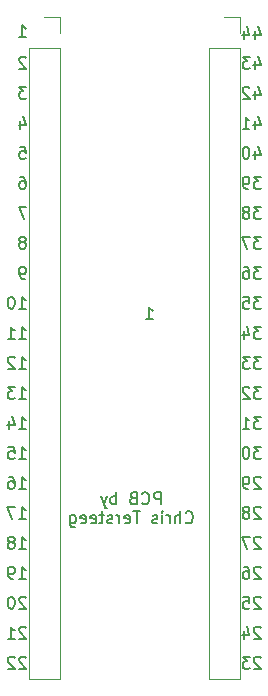
<source format=gbr>
%TF.GenerationSoftware,KiCad,Pcbnew,8.0.7*%
%TF.CreationDate,2025-02-20T01:51:32-06:00*%
%TF.ProjectId,PLCC-44-Socket-Adapter,504c4343-2d34-4342-9d53-6f636b65742d,v1.0*%
%TF.SameCoordinates,Original*%
%TF.FileFunction,Legend,Bot*%
%TF.FilePolarity,Positive*%
%FSLAX46Y46*%
G04 Gerber Fmt 4.6, Leading zero omitted, Abs format (unit mm)*
G04 Created by KiCad (PCBNEW 8.0.7) date 2025-02-20 01:51:32*
%MOMM*%
%LPD*%
G01*
G04 APERTURE LIST*
%ADD10C,0.150000*%
%ADD11C,0.120000*%
G04 APERTURE END LIST*
D10*
X118700588Y-85864819D02*
X118081541Y-85864819D01*
X118081541Y-85864819D02*
X118414874Y-86245771D01*
X118414874Y-86245771D02*
X118272017Y-86245771D01*
X118272017Y-86245771D02*
X118176779Y-86293390D01*
X118176779Y-86293390D02*
X118129160Y-86341009D01*
X118129160Y-86341009D02*
X118081541Y-86436247D01*
X118081541Y-86436247D02*
X118081541Y-86674342D01*
X118081541Y-86674342D02*
X118129160Y-86769580D01*
X118129160Y-86769580D02*
X118176779Y-86817200D01*
X118176779Y-86817200D02*
X118272017Y-86864819D01*
X118272017Y-86864819D02*
X118557731Y-86864819D01*
X118557731Y-86864819D02*
X118652969Y-86817200D01*
X118652969Y-86817200D02*
X118700588Y-86769580D01*
X117224398Y-85864819D02*
X117414874Y-85864819D01*
X117414874Y-85864819D02*
X117510112Y-85912438D01*
X117510112Y-85912438D02*
X117557731Y-85960057D01*
X117557731Y-85960057D02*
X117652969Y-86102914D01*
X117652969Y-86102914D02*
X117700588Y-86293390D01*
X117700588Y-86293390D02*
X117700588Y-86674342D01*
X117700588Y-86674342D02*
X117652969Y-86769580D01*
X117652969Y-86769580D02*
X117605350Y-86817200D01*
X117605350Y-86817200D02*
X117510112Y-86864819D01*
X117510112Y-86864819D02*
X117319636Y-86864819D01*
X117319636Y-86864819D02*
X117224398Y-86817200D01*
X117224398Y-86817200D02*
X117176779Y-86769580D01*
X117176779Y-86769580D02*
X117129160Y-86674342D01*
X117129160Y-86674342D02*
X117129160Y-86436247D01*
X117129160Y-86436247D02*
X117176779Y-86341009D01*
X117176779Y-86341009D02*
X117224398Y-86293390D01*
X117224398Y-86293390D02*
X117319636Y-86245771D01*
X117319636Y-86245771D02*
X117510112Y-86245771D01*
X117510112Y-86245771D02*
X117605350Y-86293390D01*
X117605350Y-86293390D02*
X117652969Y-86341009D01*
X117652969Y-86341009D02*
X117700588Y-86436247D01*
X98770839Y-113900057D02*
X98723220Y-113852438D01*
X98723220Y-113852438D02*
X98627982Y-113804819D01*
X98627982Y-113804819D02*
X98389887Y-113804819D01*
X98389887Y-113804819D02*
X98294649Y-113852438D01*
X98294649Y-113852438D02*
X98247030Y-113900057D01*
X98247030Y-113900057D02*
X98199411Y-113995295D01*
X98199411Y-113995295D02*
X98199411Y-114090533D01*
X98199411Y-114090533D02*
X98247030Y-114233390D01*
X98247030Y-114233390D02*
X98818458Y-114804819D01*
X98818458Y-114804819D02*
X98199411Y-114804819D01*
X97580363Y-113804819D02*
X97485125Y-113804819D01*
X97485125Y-113804819D02*
X97389887Y-113852438D01*
X97389887Y-113852438D02*
X97342268Y-113900057D01*
X97342268Y-113900057D02*
X97294649Y-113995295D01*
X97294649Y-113995295D02*
X97247030Y-114185771D01*
X97247030Y-114185771D02*
X97247030Y-114423866D01*
X97247030Y-114423866D02*
X97294649Y-114614342D01*
X97294649Y-114614342D02*
X97342268Y-114709580D01*
X97342268Y-114709580D02*
X97389887Y-114757200D01*
X97389887Y-114757200D02*
X97485125Y-114804819D01*
X97485125Y-114804819D02*
X97580363Y-114804819D01*
X97580363Y-114804819D02*
X97675601Y-114757200D01*
X97675601Y-114757200D02*
X97723220Y-114709580D01*
X97723220Y-114709580D02*
X97770839Y-114614342D01*
X97770839Y-114614342D02*
X97818458Y-114423866D01*
X97818458Y-114423866D02*
X97818458Y-114185771D01*
X97818458Y-114185771D02*
X97770839Y-113995295D01*
X97770839Y-113995295D02*
X97723220Y-113900057D01*
X97723220Y-113900057D02*
X97675601Y-113852438D01*
X97675601Y-113852438D02*
X97580363Y-113804819D01*
X118700588Y-93484819D02*
X118081541Y-93484819D01*
X118081541Y-93484819D02*
X118414874Y-93865771D01*
X118414874Y-93865771D02*
X118272017Y-93865771D01*
X118272017Y-93865771D02*
X118176779Y-93913390D01*
X118176779Y-93913390D02*
X118129160Y-93961009D01*
X118129160Y-93961009D02*
X118081541Y-94056247D01*
X118081541Y-94056247D02*
X118081541Y-94294342D01*
X118081541Y-94294342D02*
X118129160Y-94389580D01*
X118129160Y-94389580D02*
X118176779Y-94437200D01*
X118176779Y-94437200D02*
X118272017Y-94484819D01*
X118272017Y-94484819D02*
X118557731Y-94484819D01*
X118557731Y-94484819D02*
X118652969Y-94437200D01*
X118652969Y-94437200D02*
X118700588Y-94389580D01*
X117748207Y-93484819D02*
X117129160Y-93484819D01*
X117129160Y-93484819D02*
X117462493Y-93865771D01*
X117462493Y-93865771D02*
X117319636Y-93865771D01*
X117319636Y-93865771D02*
X117224398Y-93913390D01*
X117224398Y-93913390D02*
X117176779Y-93961009D01*
X117176779Y-93961009D02*
X117129160Y-94056247D01*
X117129160Y-94056247D02*
X117129160Y-94294342D01*
X117129160Y-94294342D02*
X117176779Y-94389580D01*
X117176779Y-94389580D02*
X117224398Y-94437200D01*
X117224398Y-94437200D02*
X117319636Y-94484819D01*
X117319636Y-94484819D02*
X117605350Y-94484819D01*
X117605350Y-94484819D02*
X117700588Y-94437200D01*
X117700588Y-94437200D02*
X117748207Y-94389580D01*
X118652969Y-106280057D02*
X118605350Y-106232438D01*
X118605350Y-106232438D02*
X118510112Y-106184819D01*
X118510112Y-106184819D02*
X118272017Y-106184819D01*
X118272017Y-106184819D02*
X118176779Y-106232438D01*
X118176779Y-106232438D02*
X118129160Y-106280057D01*
X118129160Y-106280057D02*
X118081541Y-106375295D01*
X118081541Y-106375295D02*
X118081541Y-106470533D01*
X118081541Y-106470533D02*
X118129160Y-106613390D01*
X118129160Y-106613390D02*
X118700588Y-107184819D01*
X118700588Y-107184819D02*
X118081541Y-107184819D01*
X117510112Y-106613390D02*
X117605350Y-106565771D01*
X117605350Y-106565771D02*
X117652969Y-106518152D01*
X117652969Y-106518152D02*
X117700588Y-106422914D01*
X117700588Y-106422914D02*
X117700588Y-106375295D01*
X117700588Y-106375295D02*
X117652969Y-106280057D01*
X117652969Y-106280057D02*
X117605350Y-106232438D01*
X117605350Y-106232438D02*
X117510112Y-106184819D01*
X117510112Y-106184819D02*
X117319636Y-106184819D01*
X117319636Y-106184819D02*
X117224398Y-106232438D01*
X117224398Y-106232438D02*
X117176779Y-106280057D01*
X117176779Y-106280057D02*
X117129160Y-106375295D01*
X117129160Y-106375295D02*
X117129160Y-106422914D01*
X117129160Y-106422914D02*
X117176779Y-106518152D01*
X117176779Y-106518152D02*
X117224398Y-106565771D01*
X117224398Y-106565771D02*
X117319636Y-106613390D01*
X117319636Y-106613390D02*
X117510112Y-106613390D01*
X117510112Y-106613390D02*
X117605350Y-106661009D01*
X117605350Y-106661009D02*
X117652969Y-106708628D01*
X117652969Y-106708628D02*
X117700588Y-106803866D01*
X117700588Y-106803866D02*
X117700588Y-106994342D01*
X117700588Y-106994342D02*
X117652969Y-107089580D01*
X117652969Y-107089580D02*
X117605350Y-107137200D01*
X117605350Y-107137200D02*
X117510112Y-107184819D01*
X117510112Y-107184819D02*
X117319636Y-107184819D01*
X117319636Y-107184819D02*
X117224398Y-107137200D01*
X117224398Y-107137200D02*
X117176779Y-107089580D01*
X117176779Y-107089580D02*
X117129160Y-106994342D01*
X117129160Y-106994342D02*
X117129160Y-106803866D01*
X117129160Y-106803866D02*
X117176779Y-106708628D01*
X117176779Y-106708628D02*
X117224398Y-106661009D01*
X117224398Y-106661009D02*
X117319636Y-106613390D01*
X110172190Y-105955875D02*
X110172190Y-104955875D01*
X110172190Y-104955875D02*
X109791238Y-104955875D01*
X109791238Y-104955875D02*
X109696000Y-105003494D01*
X109696000Y-105003494D02*
X109648381Y-105051113D01*
X109648381Y-105051113D02*
X109600762Y-105146351D01*
X109600762Y-105146351D02*
X109600762Y-105289208D01*
X109600762Y-105289208D02*
X109648381Y-105384446D01*
X109648381Y-105384446D02*
X109696000Y-105432065D01*
X109696000Y-105432065D02*
X109791238Y-105479684D01*
X109791238Y-105479684D02*
X110172190Y-105479684D01*
X108600762Y-105860636D02*
X108648381Y-105908256D01*
X108648381Y-105908256D02*
X108791238Y-105955875D01*
X108791238Y-105955875D02*
X108886476Y-105955875D01*
X108886476Y-105955875D02*
X109029333Y-105908256D01*
X109029333Y-105908256D02*
X109124571Y-105813017D01*
X109124571Y-105813017D02*
X109172190Y-105717779D01*
X109172190Y-105717779D02*
X109219809Y-105527303D01*
X109219809Y-105527303D02*
X109219809Y-105384446D01*
X109219809Y-105384446D02*
X109172190Y-105193970D01*
X109172190Y-105193970D02*
X109124571Y-105098732D01*
X109124571Y-105098732D02*
X109029333Y-105003494D01*
X109029333Y-105003494D02*
X108886476Y-104955875D01*
X108886476Y-104955875D02*
X108791238Y-104955875D01*
X108791238Y-104955875D02*
X108648381Y-105003494D01*
X108648381Y-105003494D02*
X108600762Y-105051113D01*
X107838857Y-105432065D02*
X107696000Y-105479684D01*
X107696000Y-105479684D02*
X107648381Y-105527303D01*
X107648381Y-105527303D02*
X107600762Y-105622541D01*
X107600762Y-105622541D02*
X107600762Y-105765398D01*
X107600762Y-105765398D02*
X107648381Y-105860636D01*
X107648381Y-105860636D02*
X107696000Y-105908256D01*
X107696000Y-105908256D02*
X107791238Y-105955875D01*
X107791238Y-105955875D02*
X108172190Y-105955875D01*
X108172190Y-105955875D02*
X108172190Y-104955875D01*
X108172190Y-104955875D02*
X107838857Y-104955875D01*
X107838857Y-104955875D02*
X107743619Y-105003494D01*
X107743619Y-105003494D02*
X107696000Y-105051113D01*
X107696000Y-105051113D02*
X107648381Y-105146351D01*
X107648381Y-105146351D02*
X107648381Y-105241589D01*
X107648381Y-105241589D02*
X107696000Y-105336827D01*
X107696000Y-105336827D02*
X107743619Y-105384446D01*
X107743619Y-105384446D02*
X107838857Y-105432065D01*
X107838857Y-105432065D02*
X108172190Y-105432065D01*
X106410285Y-105955875D02*
X106410285Y-104955875D01*
X106410285Y-105336827D02*
X106315047Y-105289208D01*
X106315047Y-105289208D02*
X106124571Y-105289208D01*
X106124571Y-105289208D02*
X106029333Y-105336827D01*
X106029333Y-105336827D02*
X105981714Y-105384446D01*
X105981714Y-105384446D02*
X105934095Y-105479684D01*
X105934095Y-105479684D02*
X105934095Y-105765398D01*
X105934095Y-105765398D02*
X105981714Y-105860636D01*
X105981714Y-105860636D02*
X106029333Y-105908256D01*
X106029333Y-105908256D02*
X106124571Y-105955875D01*
X106124571Y-105955875D02*
X106315047Y-105955875D01*
X106315047Y-105955875D02*
X106410285Y-105908256D01*
X105600761Y-105289208D02*
X105362666Y-105955875D01*
X105124571Y-105289208D02*
X105362666Y-105955875D01*
X105362666Y-105955875D02*
X105457904Y-106193970D01*
X105457904Y-106193970D02*
X105505523Y-106241589D01*
X105505523Y-106241589D02*
X105600761Y-106289208D01*
X112291239Y-107470580D02*
X112338858Y-107518200D01*
X112338858Y-107518200D02*
X112481715Y-107565819D01*
X112481715Y-107565819D02*
X112576953Y-107565819D01*
X112576953Y-107565819D02*
X112719810Y-107518200D01*
X112719810Y-107518200D02*
X112815048Y-107422961D01*
X112815048Y-107422961D02*
X112862667Y-107327723D01*
X112862667Y-107327723D02*
X112910286Y-107137247D01*
X112910286Y-107137247D02*
X112910286Y-106994390D01*
X112910286Y-106994390D02*
X112862667Y-106803914D01*
X112862667Y-106803914D02*
X112815048Y-106708676D01*
X112815048Y-106708676D02*
X112719810Y-106613438D01*
X112719810Y-106613438D02*
X112576953Y-106565819D01*
X112576953Y-106565819D02*
X112481715Y-106565819D01*
X112481715Y-106565819D02*
X112338858Y-106613438D01*
X112338858Y-106613438D02*
X112291239Y-106661057D01*
X111862667Y-107565819D02*
X111862667Y-106565819D01*
X111434096Y-107565819D02*
X111434096Y-107042009D01*
X111434096Y-107042009D02*
X111481715Y-106946771D01*
X111481715Y-106946771D02*
X111576953Y-106899152D01*
X111576953Y-106899152D02*
X111719810Y-106899152D01*
X111719810Y-106899152D02*
X111815048Y-106946771D01*
X111815048Y-106946771D02*
X111862667Y-106994390D01*
X110957905Y-107565819D02*
X110957905Y-106899152D01*
X110957905Y-107089628D02*
X110910286Y-106994390D01*
X110910286Y-106994390D02*
X110862667Y-106946771D01*
X110862667Y-106946771D02*
X110767429Y-106899152D01*
X110767429Y-106899152D02*
X110672191Y-106899152D01*
X110338857Y-107565819D02*
X110338857Y-106899152D01*
X110338857Y-106565819D02*
X110386476Y-106613438D01*
X110386476Y-106613438D02*
X110338857Y-106661057D01*
X110338857Y-106661057D02*
X110291238Y-106613438D01*
X110291238Y-106613438D02*
X110338857Y-106565819D01*
X110338857Y-106565819D02*
X110338857Y-106661057D01*
X109910286Y-107518200D02*
X109815048Y-107565819D01*
X109815048Y-107565819D02*
X109624572Y-107565819D01*
X109624572Y-107565819D02*
X109529334Y-107518200D01*
X109529334Y-107518200D02*
X109481715Y-107422961D01*
X109481715Y-107422961D02*
X109481715Y-107375342D01*
X109481715Y-107375342D02*
X109529334Y-107280104D01*
X109529334Y-107280104D02*
X109624572Y-107232485D01*
X109624572Y-107232485D02*
X109767429Y-107232485D01*
X109767429Y-107232485D02*
X109862667Y-107184866D01*
X109862667Y-107184866D02*
X109910286Y-107089628D01*
X109910286Y-107089628D02*
X109910286Y-107042009D01*
X109910286Y-107042009D02*
X109862667Y-106946771D01*
X109862667Y-106946771D02*
X109767429Y-106899152D01*
X109767429Y-106899152D02*
X109624572Y-106899152D01*
X109624572Y-106899152D02*
X109529334Y-106946771D01*
X108434095Y-106565819D02*
X107862667Y-106565819D01*
X108148381Y-107565819D02*
X108148381Y-106565819D01*
X107148381Y-107518200D02*
X107243619Y-107565819D01*
X107243619Y-107565819D02*
X107434095Y-107565819D01*
X107434095Y-107565819D02*
X107529333Y-107518200D01*
X107529333Y-107518200D02*
X107576952Y-107422961D01*
X107576952Y-107422961D02*
X107576952Y-107042009D01*
X107576952Y-107042009D02*
X107529333Y-106946771D01*
X107529333Y-106946771D02*
X107434095Y-106899152D01*
X107434095Y-106899152D02*
X107243619Y-106899152D01*
X107243619Y-106899152D02*
X107148381Y-106946771D01*
X107148381Y-106946771D02*
X107100762Y-107042009D01*
X107100762Y-107042009D02*
X107100762Y-107137247D01*
X107100762Y-107137247D02*
X107576952Y-107232485D01*
X106672190Y-107565819D02*
X106672190Y-106899152D01*
X106672190Y-107089628D02*
X106624571Y-106994390D01*
X106624571Y-106994390D02*
X106576952Y-106946771D01*
X106576952Y-106946771D02*
X106481714Y-106899152D01*
X106481714Y-106899152D02*
X106386476Y-106899152D01*
X106100761Y-107518200D02*
X106005523Y-107565819D01*
X106005523Y-107565819D02*
X105815047Y-107565819D01*
X105815047Y-107565819D02*
X105719809Y-107518200D01*
X105719809Y-107518200D02*
X105672190Y-107422961D01*
X105672190Y-107422961D02*
X105672190Y-107375342D01*
X105672190Y-107375342D02*
X105719809Y-107280104D01*
X105719809Y-107280104D02*
X105815047Y-107232485D01*
X105815047Y-107232485D02*
X105957904Y-107232485D01*
X105957904Y-107232485D02*
X106053142Y-107184866D01*
X106053142Y-107184866D02*
X106100761Y-107089628D01*
X106100761Y-107089628D02*
X106100761Y-107042009D01*
X106100761Y-107042009D02*
X106053142Y-106946771D01*
X106053142Y-106946771D02*
X105957904Y-106899152D01*
X105957904Y-106899152D02*
X105815047Y-106899152D01*
X105815047Y-106899152D02*
X105719809Y-106946771D01*
X105386475Y-106899152D02*
X105005523Y-106899152D01*
X105243618Y-106565819D02*
X105243618Y-107422961D01*
X105243618Y-107422961D02*
X105195999Y-107518200D01*
X105195999Y-107518200D02*
X105100761Y-107565819D01*
X105100761Y-107565819D02*
X105005523Y-107565819D01*
X104291237Y-107518200D02*
X104386475Y-107565819D01*
X104386475Y-107565819D02*
X104576951Y-107565819D01*
X104576951Y-107565819D02*
X104672189Y-107518200D01*
X104672189Y-107518200D02*
X104719808Y-107422961D01*
X104719808Y-107422961D02*
X104719808Y-107042009D01*
X104719808Y-107042009D02*
X104672189Y-106946771D01*
X104672189Y-106946771D02*
X104576951Y-106899152D01*
X104576951Y-106899152D02*
X104386475Y-106899152D01*
X104386475Y-106899152D02*
X104291237Y-106946771D01*
X104291237Y-106946771D02*
X104243618Y-107042009D01*
X104243618Y-107042009D02*
X104243618Y-107137247D01*
X104243618Y-107137247D02*
X104719808Y-107232485D01*
X103434094Y-107518200D02*
X103529332Y-107565819D01*
X103529332Y-107565819D02*
X103719808Y-107565819D01*
X103719808Y-107565819D02*
X103815046Y-107518200D01*
X103815046Y-107518200D02*
X103862665Y-107422961D01*
X103862665Y-107422961D02*
X103862665Y-107042009D01*
X103862665Y-107042009D02*
X103815046Y-106946771D01*
X103815046Y-106946771D02*
X103719808Y-106899152D01*
X103719808Y-106899152D02*
X103529332Y-106899152D01*
X103529332Y-106899152D02*
X103434094Y-106946771D01*
X103434094Y-106946771D02*
X103386475Y-107042009D01*
X103386475Y-107042009D02*
X103386475Y-107137247D01*
X103386475Y-107137247D02*
X103862665Y-107232485D01*
X102529332Y-106899152D02*
X102529332Y-107708676D01*
X102529332Y-107708676D02*
X102576951Y-107803914D01*
X102576951Y-107803914D02*
X102624570Y-107851533D01*
X102624570Y-107851533D02*
X102719808Y-107899152D01*
X102719808Y-107899152D02*
X102862665Y-107899152D01*
X102862665Y-107899152D02*
X102957903Y-107851533D01*
X102529332Y-107518200D02*
X102624570Y-107565819D01*
X102624570Y-107565819D02*
X102815046Y-107565819D01*
X102815046Y-107565819D02*
X102910284Y-107518200D01*
X102910284Y-107518200D02*
X102957903Y-107470580D01*
X102957903Y-107470580D02*
X103005522Y-107375342D01*
X103005522Y-107375342D02*
X103005522Y-107089628D01*
X103005522Y-107089628D02*
X102957903Y-106994390D01*
X102957903Y-106994390D02*
X102910284Y-106946771D01*
X102910284Y-106946771D02*
X102815046Y-106899152D01*
X102815046Y-106899152D02*
X102624570Y-106899152D01*
X102624570Y-106899152D02*
X102529332Y-106946771D01*
X118652969Y-108820057D02*
X118605350Y-108772438D01*
X118605350Y-108772438D02*
X118510112Y-108724819D01*
X118510112Y-108724819D02*
X118272017Y-108724819D01*
X118272017Y-108724819D02*
X118176779Y-108772438D01*
X118176779Y-108772438D02*
X118129160Y-108820057D01*
X118129160Y-108820057D02*
X118081541Y-108915295D01*
X118081541Y-108915295D02*
X118081541Y-109010533D01*
X118081541Y-109010533D02*
X118129160Y-109153390D01*
X118129160Y-109153390D02*
X118700588Y-109724819D01*
X118700588Y-109724819D02*
X118081541Y-109724819D01*
X117748207Y-108724819D02*
X117081541Y-108724819D01*
X117081541Y-108724819D02*
X117510112Y-109724819D01*
X98199411Y-107184819D02*
X98770839Y-107184819D01*
X98485125Y-107184819D02*
X98485125Y-106184819D01*
X98485125Y-106184819D02*
X98580363Y-106327676D01*
X98580363Y-106327676D02*
X98675601Y-106422914D01*
X98675601Y-106422914D02*
X98770839Y-106470533D01*
X97866077Y-106184819D02*
X97199411Y-106184819D01*
X97199411Y-106184819D02*
X97627982Y-107184819D01*
X98199411Y-94484819D02*
X98770839Y-94484819D01*
X98485125Y-94484819D02*
X98485125Y-93484819D01*
X98485125Y-93484819D02*
X98580363Y-93627676D01*
X98580363Y-93627676D02*
X98675601Y-93722914D01*
X98675601Y-93722914D02*
X98770839Y-93770533D01*
X97818458Y-93580057D02*
X97770839Y-93532438D01*
X97770839Y-93532438D02*
X97675601Y-93484819D01*
X97675601Y-93484819D02*
X97437506Y-93484819D01*
X97437506Y-93484819D02*
X97342268Y-93532438D01*
X97342268Y-93532438D02*
X97294649Y-93580057D01*
X97294649Y-93580057D02*
X97247030Y-93675295D01*
X97247030Y-93675295D02*
X97247030Y-93770533D01*
X97247030Y-93770533D02*
X97294649Y-93913390D01*
X97294649Y-93913390D02*
X97866077Y-94484819D01*
X97866077Y-94484819D02*
X97247030Y-94484819D01*
X118652969Y-111360057D02*
X118605350Y-111312438D01*
X118605350Y-111312438D02*
X118510112Y-111264819D01*
X118510112Y-111264819D02*
X118272017Y-111264819D01*
X118272017Y-111264819D02*
X118176779Y-111312438D01*
X118176779Y-111312438D02*
X118129160Y-111360057D01*
X118129160Y-111360057D02*
X118081541Y-111455295D01*
X118081541Y-111455295D02*
X118081541Y-111550533D01*
X118081541Y-111550533D02*
X118129160Y-111693390D01*
X118129160Y-111693390D02*
X118700588Y-112264819D01*
X118700588Y-112264819D02*
X118081541Y-112264819D01*
X117224398Y-111264819D02*
X117414874Y-111264819D01*
X117414874Y-111264819D02*
X117510112Y-111312438D01*
X117510112Y-111312438D02*
X117557731Y-111360057D01*
X117557731Y-111360057D02*
X117652969Y-111502914D01*
X117652969Y-111502914D02*
X117700588Y-111693390D01*
X117700588Y-111693390D02*
X117700588Y-112074342D01*
X117700588Y-112074342D02*
X117652969Y-112169580D01*
X117652969Y-112169580D02*
X117605350Y-112217200D01*
X117605350Y-112217200D02*
X117510112Y-112264819D01*
X117510112Y-112264819D02*
X117319636Y-112264819D01*
X117319636Y-112264819D02*
X117224398Y-112217200D01*
X117224398Y-112217200D02*
X117176779Y-112169580D01*
X117176779Y-112169580D02*
X117129160Y-112074342D01*
X117129160Y-112074342D02*
X117129160Y-111836247D01*
X117129160Y-111836247D02*
X117176779Y-111741009D01*
X117176779Y-111741009D02*
X117224398Y-111693390D01*
X117224398Y-111693390D02*
X117319636Y-111645771D01*
X117319636Y-111645771D02*
X117510112Y-111645771D01*
X117510112Y-111645771D02*
X117605350Y-111693390D01*
X117605350Y-111693390D02*
X117652969Y-111741009D01*
X117652969Y-111741009D02*
X117700588Y-111836247D01*
X98770839Y-118980057D02*
X98723220Y-118932438D01*
X98723220Y-118932438D02*
X98627982Y-118884819D01*
X98627982Y-118884819D02*
X98389887Y-118884819D01*
X98389887Y-118884819D02*
X98294649Y-118932438D01*
X98294649Y-118932438D02*
X98247030Y-118980057D01*
X98247030Y-118980057D02*
X98199411Y-119075295D01*
X98199411Y-119075295D02*
X98199411Y-119170533D01*
X98199411Y-119170533D02*
X98247030Y-119313390D01*
X98247030Y-119313390D02*
X98818458Y-119884819D01*
X98818458Y-119884819D02*
X98199411Y-119884819D01*
X97818458Y-118980057D02*
X97770839Y-118932438D01*
X97770839Y-118932438D02*
X97675601Y-118884819D01*
X97675601Y-118884819D02*
X97437506Y-118884819D01*
X97437506Y-118884819D02*
X97342268Y-118932438D01*
X97342268Y-118932438D02*
X97294649Y-118980057D01*
X97294649Y-118980057D02*
X97247030Y-119075295D01*
X97247030Y-119075295D02*
X97247030Y-119170533D01*
X97247030Y-119170533D02*
X97294649Y-119313390D01*
X97294649Y-119313390D02*
X97866077Y-119884819D01*
X97866077Y-119884819D02*
X97247030Y-119884819D01*
X118700588Y-98564819D02*
X118081541Y-98564819D01*
X118081541Y-98564819D02*
X118414874Y-98945771D01*
X118414874Y-98945771D02*
X118272017Y-98945771D01*
X118272017Y-98945771D02*
X118176779Y-98993390D01*
X118176779Y-98993390D02*
X118129160Y-99041009D01*
X118129160Y-99041009D02*
X118081541Y-99136247D01*
X118081541Y-99136247D02*
X118081541Y-99374342D01*
X118081541Y-99374342D02*
X118129160Y-99469580D01*
X118129160Y-99469580D02*
X118176779Y-99517200D01*
X118176779Y-99517200D02*
X118272017Y-99564819D01*
X118272017Y-99564819D02*
X118557731Y-99564819D01*
X118557731Y-99564819D02*
X118652969Y-99517200D01*
X118652969Y-99517200D02*
X118700588Y-99469580D01*
X117129160Y-99564819D02*
X117700588Y-99564819D01*
X117414874Y-99564819D02*
X117414874Y-98564819D01*
X117414874Y-98564819D02*
X117510112Y-98707676D01*
X117510112Y-98707676D02*
X117605350Y-98802914D01*
X117605350Y-98802914D02*
X117700588Y-98850533D01*
X118700588Y-80784819D02*
X118081541Y-80784819D01*
X118081541Y-80784819D02*
X118414874Y-81165771D01*
X118414874Y-81165771D02*
X118272017Y-81165771D01*
X118272017Y-81165771D02*
X118176779Y-81213390D01*
X118176779Y-81213390D02*
X118129160Y-81261009D01*
X118129160Y-81261009D02*
X118081541Y-81356247D01*
X118081541Y-81356247D02*
X118081541Y-81594342D01*
X118081541Y-81594342D02*
X118129160Y-81689580D01*
X118129160Y-81689580D02*
X118176779Y-81737200D01*
X118176779Y-81737200D02*
X118272017Y-81784819D01*
X118272017Y-81784819D02*
X118557731Y-81784819D01*
X118557731Y-81784819D02*
X118652969Y-81737200D01*
X118652969Y-81737200D02*
X118700588Y-81689580D01*
X117510112Y-81213390D02*
X117605350Y-81165771D01*
X117605350Y-81165771D02*
X117652969Y-81118152D01*
X117652969Y-81118152D02*
X117700588Y-81022914D01*
X117700588Y-81022914D02*
X117700588Y-80975295D01*
X117700588Y-80975295D02*
X117652969Y-80880057D01*
X117652969Y-80880057D02*
X117605350Y-80832438D01*
X117605350Y-80832438D02*
X117510112Y-80784819D01*
X117510112Y-80784819D02*
X117319636Y-80784819D01*
X117319636Y-80784819D02*
X117224398Y-80832438D01*
X117224398Y-80832438D02*
X117176779Y-80880057D01*
X117176779Y-80880057D02*
X117129160Y-80975295D01*
X117129160Y-80975295D02*
X117129160Y-81022914D01*
X117129160Y-81022914D02*
X117176779Y-81118152D01*
X117176779Y-81118152D02*
X117224398Y-81165771D01*
X117224398Y-81165771D02*
X117319636Y-81213390D01*
X117319636Y-81213390D02*
X117510112Y-81213390D01*
X117510112Y-81213390D02*
X117605350Y-81261009D01*
X117605350Y-81261009D02*
X117652969Y-81308628D01*
X117652969Y-81308628D02*
X117700588Y-81403866D01*
X117700588Y-81403866D02*
X117700588Y-81594342D01*
X117700588Y-81594342D02*
X117652969Y-81689580D01*
X117652969Y-81689580D02*
X117605350Y-81737200D01*
X117605350Y-81737200D02*
X117510112Y-81784819D01*
X117510112Y-81784819D02*
X117319636Y-81784819D01*
X117319636Y-81784819D02*
X117224398Y-81737200D01*
X117224398Y-81737200D02*
X117176779Y-81689580D01*
X117176779Y-81689580D02*
X117129160Y-81594342D01*
X117129160Y-81594342D02*
X117129160Y-81403866D01*
X117129160Y-81403866D02*
X117176779Y-81308628D01*
X117176779Y-81308628D02*
X117224398Y-81261009D01*
X117224398Y-81261009D02*
X117319636Y-81213390D01*
X98580363Y-83753390D02*
X98675601Y-83705771D01*
X98675601Y-83705771D02*
X98723220Y-83658152D01*
X98723220Y-83658152D02*
X98770839Y-83562914D01*
X98770839Y-83562914D02*
X98770839Y-83515295D01*
X98770839Y-83515295D02*
X98723220Y-83420057D01*
X98723220Y-83420057D02*
X98675601Y-83372438D01*
X98675601Y-83372438D02*
X98580363Y-83324819D01*
X98580363Y-83324819D02*
X98389887Y-83324819D01*
X98389887Y-83324819D02*
X98294649Y-83372438D01*
X98294649Y-83372438D02*
X98247030Y-83420057D01*
X98247030Y-83420057D02*
X98199411Y-83515295D01*
X98199411Y-83515295D02*
X98199411Y-83562914D01*
X98199411Y-83562914D02*
X98247030Y-83658152D01*
X98247030Y-83658152D02*
X98294649Y-83705771D01*
X98294649Y-83705771D02*
X98389887Y-83753390D01*
X98389887Y-83753390D02*
X98580363Y-83753390D01*
X98580363Y-83753390D02*
X98675601Y-83801009D01*
X98675601Y-83801009D02*
X98723220Y-83848628D01*
X98723220Y-83848628D02*
X98770839Y-83943866D01*
X98770839Y-83943866D02*
X98770839Y-84134342D01*
X98770839Y-84134342D02*
X98723220Y-84229580D01*
X98723220Y-84229580D02*
X98675601Y-84277200D01*
X98675601Y-84277200D02*
X98580363Y-84324819D01*
X98580363Y-84324819D02*
X98389887Y-84324819D01*
X98389887Y-84324819D02*
X98294649Y-84277200D01*
X98294649Y-84277200D02*
X98247030Y-84229580D01*
X98247030Y-84229580D02*
X98199411Y-84134342D01*
X98199411Y-84134342D02*
X98199411Y-83943866D01*
X98199411Y-83943866D02*
X98247030Y-83848628D01*
X98247030Y-83848628D02*
X98294649Y-83801009D01*
X98294649Y-83801009D02*
X98389887Y-83753390D01*
X118700588Y-96024819D02*
X118081541Y-96024819D01*
X118081541Y-96024819D02*
X118414874Y-96405771D01*
X118414874Y-96405771D02*
X118272017Y-96405771D01*
X118272017Y-96405771D02*
X118176779Y-96453390D01*
X118176779Y-96453390D02*
X118129160Y-96501009D01*
X118129160Y-96501009D02*
X118081541Y-96596247D01*
X118081541Y-96596247D02*
X118081541Y-96834342D01*
X118081541Y-96834342D02*
X118129160Y-96929580D01*
X118129160Y-96929580D02*
X118176779Y-96977200D01*
X118176779Y-96977200D02*
X118272017Y-97024819D01*
X118272017Y-97024819D02*
X118557731Y-97024819D01*
X118557731Y-97024819D02*
X118652969Y-96977200D01*
X118652969Y-96977200D02*
X118700588Y-96929580D01*
X117700588Y-96120057D02*
X117652969Y-96072438D01*
X117652969Y-96072438D02*
X117557731Y-96024819D01*
X117557731Y-96024819D02*
X117319636Y-96024819D01*
X117319636Y-96024819D02*
X117224398Y-96072438D01*
X117224398Y-96072438D02*
X117176779Y-96120057D01*
X117176779Y-96120057D02*
X117129160Y-96215295D01*
X117129160Y-96215295D02*
X117129160Y-96310533D01*
X117129160Y-96310533D02*
X117176779Y-96453390D01*
X117176779Y-96453390D02*
X117748207Y-97024819D01*
X117748207Y-97024819D02*
X117129160Y-97024819D01*
X118700588Y-83324819D02*
X118081541Y-83324819D01*
X118081541Y-83324819D02*
X118414874Y-83705771D01*
X118414874Y-83705771D02*
X118272017Y-83705771D01*
X118272017Y-83705771D02*
X118176779Y-83753390D01*
X118176779Y-83753390D02*
X118129160Y-83801009D01*
X118129160Y-83801009D02*
X118081541Y-83896247D01*
X118081541Y-83896247D02*
X118081541Y-84134342D01*
X118081541Y-84134342D02*
X118129160Y-84229580D01*
X118129160Y-84229580D02*
X118176779Y-84277200D01*
X118176779Y-84277200D02*
X118272017Y-84324819D01*
X118272017Y-84324819D02*
X118557731Y-84324819D01*
X118557731Y-84324819D02*
X118652969Y-84277200D01*
X118652969Y-84277200D02*
X118700588Y-84229580D01*
X117748207Y-83324819D02*
X117081541Y-83324819D01*
X117081541Y-83324819D02*
X117510112Y-84324819D01*
X98770839Y-68180057D02*
X98723220Y-68132438D01*
X98723220Y-68132438D02*
X98627982Y-68084819D01*
X98627982Y-68084819D02*
X98389887Y-68084819D01*
X98389887Y-68084819D02*
X98294649Y-68132438D01*
X98294649Y-68132438D02*
X98247030Y-68180057D01*
X98247030Y-68180057D02*
X98199411Y-68275295D01*
X98199411Y-68275295D02*
X98199411Y-68370533D01*
X98199411Y-68370533D02*
X98247030Y-68513390D01*
X98247030Y-68513390D02*
X98818458Y-69084819D01*
X98818458Y-69084819D02*
X98199411Y-69084819D01*
X98199411Y-89404819D02*
X98770839Y-89404819D01*
X98485125Y-89404819D02*
X98485125Y-88404819D01*
X98485125Y-88404819D02*
X98580363Y-88547676D01*
X98580363Y-88547676D02*
X98675601Y-88642914D01*
X98675601Y-88642914D02*
X98770839Y-88690533D01*
X97580363Y-88404819D02*
X97485125Y-88404819D01*
X97485125Y-88404819D02*
X97389887Y-88452438D01*
X97389887Y-88452438D02*
X97342268Y-88500057D01*
X97342268Y-88500057D02*
X97294649Y-88595295D01*
X97294649Y-88595295D02*
X97247030Y-88785771D01*
X97247030Y-88785771D02*
X97247030Y-89023866D01*
X97247030Y-89023866D02*
X97294649Y-89214342D01*
X97294649Y-89214342D02*
X97342268Y-89309580D01*
X97342268Y-89309580D02*
X97389887Y-89357200D01*
X97389887Y-89357200D02*
X97485125Y-89404819D01*
X97485125Y-89404819D02*
X97580363Y-89404819D01*
X97580363Y-89404819D02*
X97675601Y-89357200D01*
X97675601Y-89357200D02*
X97723220Y-89309580D01*
X97723220Y-89309580D02*
X97770839Y-89214342D01*
X97770839Y-89214342D02*
X97818458Y-89023866D01*
X97818458Y-89023866D02*
X97818458Y-88785771D01*
X97818458Y-88785771D02*
X97770839Y-88595295D01*
X97770839Y-88595295D02*
X97723220Y-88500057D01*
X97723220Y-88500057D02*
X97675601Y-88452438D01*
X97675601Y-88452438D02*
X97580363Y-88404819D01*
X98199411Y-91944819D02*
X98770839Y-91944819D01*
X98485125Y-91944819D02*
X98485125Y-90944819D01*
X98485125Y-90944819D02*
X98580363Y-91087676D01*
X98580363Y-91087676D02*
X98675601Y-91182914D01*
X98675601Y-91182914D02*
X98770839Y-91230533D01*
X97247030Y-91944819D02*
X97818458Y-91944819D01*
X97532744Y-91944819D02*
X97532744Y-90944819D01*
X97532744Y-90944819D02*
X97627982Y-91087676D01*
X97627982Y-91087676D02*
X97723220Y-91182914D01*
X97723220Y-91182914D02*
X97818458Y-91230533D01*
X98770839Y-116440057D02*
X98723220Y-116392438D01*
X98723220Y-116392438D02*
X98627982Y-116344819D01*
X98627982Y-116344819D02*
X98389887Y-116344819D01*
X98389887Y-116344819D02*
X98294649Y-116392438D01*
X98294649Y-116392438D02*
X98247030Y-116440057D01*
X98247030Y-116440057D02*
X98199411Y-116535295D01*
X98199411Y-116535295D02*
X98199411Y-116630533D01*
X98199411Y-116630533D02*
X98247030Y-116773390D01*
X98247030Y-116773390D02*
X98818458Y-117344819D01*
X98818458Y-117344819D02*
X98199411Y-117344819D01*
X97247030Y-117344819D02*
X97818458Y-117344819D01*
X97532744Y-117344819D02*
X97532744Y-116344819D01*
X97532744Y-116344819D02*
X97627982Y-116487676D01*
X97627982Y-116487676D02*
X97723220Y-116582914D01*
X97723220Y-116582914D02*
X97818458Y-116630533D01*
X98199411Y-109724819D02*
X98770839Y-109724819D01*
X98485125Y-109724819D02*
X98485125Y-108724819D01*
X98485125Y-108724819D02*
X98580363Y-108867676D01*
X98580363Y-108867676D02*
X98675601Y-108962914D01*
X98675601Y-108962914D02*
X98770839Y-109010533D01*
X97627982Y-109153390D02*
X97723220Y-109105771D01*
X97723220Y-109105771D02*
X97770839Y-109058152D01*
X97770839Y-109058152D02*
X97818458Y-108962914D01*
X97818458Y-108962914D02*
X97818458Y-108915295D01*
X97818458Y-108915295D02*
X97770839Y-108820057D01*
X97770839Y-108820057D02*
X97723220Y-108772438D01*
X97723220Y-108772438D02*
X97627982Y-108724819D01*
X97627982Y-108724819D02*
X97437506Y-108724819D01*
X97437506Y-108724819D02*
X97342268Y-108772438D01*
X97342268Y-108772438D02*
X97294649Y-108820057D01*
X97294649Y-108820057D02*
X97247030Y-108915295D01*
X97247030Y-108915295D02*
X97247030Y-108962914D01*
X97247030Y-108962914D02*
X97294649Y-109058152D01*
X97294649Y-109058152D02*
X97342268Y-109105771D01*
X97342268Y-109105771D02*
X97437506Y-109153390D01*
X97437506Y-109153390D02*
X97627982Y-109153390D01*
X97627982Y-109153390D02*
X97723220Y-109201009D01*
X97723220Y-109201009D02*
X97770839Y-109248628D01*
X97770839Y-109248628D02*
X97818458Y-109343866D01*
X97818458Y-109343866D02*
X97818458Y-109534342D01*
X97818458Y-109534342D02*
X97770839Y-109629580D01*
X97770839Y-109629580D02*
X97723220Y-109677200D01*
X97723220Y-109677200D02*
X97627982Y-109724819D01*
X97627982Y-109724819D02*
X97437506Y-109724819D01*
X97437506Y-109724819D02*
X97342268Y-109677200D01*
X97342268Y-109677200D02*
X97294649Y-109629580D01*
X97294649Y-109629580D02*
X97247030Y-109534342D01*
X97247030Y-109534342D02*
X97247030Y-109343866D01*
X97247030Y-109343866D02*
X97294649Y-109248628D01*
X97294649Y-109248628D02*
X97342268Y-109201009D01*
X97342268Y-109201009D02*
X97437506Y-109153390D01*
X118176779Y-65878152D02*
X118176779Y-66544819D01*
X118414874Y-65497200D02*
X118652969Y-66211485D01*
X118652969Y-66211485D02*
X118033922Y-66211485D01*
X117224398Y-65878152D02*
X117224398Y-66544819D01*
X117462493Y-65497200D02*
X117700588Y-66211485D01*
X117700588Y-66211485D02*
X117081541Y-66211485D01*
X118700588Y-101104819D02*
X118081541Y-101104819D01*
X118081541Y-101104819D02*
X118414874Y-101485771D01*
X118414874Y-101485771D02*
X118272017Y-101485771D01*
X118272017Y-101485771D02*
X118176779Y-101533390D01*
X118176779Y-101533390D02*
X118129160Y-101581009D01*
X118129160Y-101581009D02*
X118081541Y-101676247D01*
X118081541Y-101676247D02*
X118081541Y-101914342D01*
X118081541Y-101914342D02*
X118129160Y-102009580D01*
X118129160Y-102009580D02*
X118176779Y-102057200D01*
X118176779Y-102057200D02*
X118272017Y-102104819D01*
X118272017Y-102104819D02*
X118557731Y-102104819D01*
X118557731Y-102104819D02*
X118652969Y-102057200D01*
X118652969Y-102057200D02*
X118700588Y-102009580D01*
X117462493Y-101104819D02*
X117367255Y-101104819D01*
X117367255Y-101104819D02*
X117272017Y-101152438D01*
X117272017Y-101152438D02*
X117224398Y-101200057D01*
X117224398Y-101200057D02*
X117176779Y-101295295D01*
X117176779Y-101295295D02*
X117129160Y-101485771D01*
X117129160Y-101485771D02*
X117129160Y-101723866D01*
X117129160Y-101723866D02*
X117176779Y-101914342D01*
X117176779Y-101914342D02*
X117224398Y-102009580D01*
X117224398Y-102009580D02*
X117272017Y-102057200D01*
X117272017Y-102057200D02*
X117367255Y-102104819D01*
X117367255Y-102104819D02*
X117462493Y-102104819D01*
X117462493Y-102104819D02*
X117557731Y-102057200D01*
X117557731Y-102057200D02*
X117605350Y-102009580D01*
X117605350Y-102009580D02*
X117652969Y-101914342D01*
X117652969Y-101914342D02*
X117700588Y-101723866D01*
X117700588Y-101723866D02*
X117700588Y-101485771D01*
X117700588Y-101485771D02*
X117652969Y-101295295D01*
X117652969Y-101295295D02*
X117605350Y-101200057D01*
X117605350Y-101200057D02*
X117557731Y-101152438D01*
X117557731Y-101152438D02*
X117462493Y-101104819D01*
X98675601Y-86864819D02*
X98485125Y-86864819D01*
X98485125Y-86864819D02*
X98389887Y-86817200D01*
X98389887Y-86817200D02*
X98342268Y-86769580D01*
X98342268Y-86769580D02*
X98247030Y-86626723D01*
X98247030Y-86626723D02*
X98199411Y-86436247D01*
X98199411Y-86436247D02*
X98199411Y-86055295D01*
X98199411Y-86055295D02*
X98247030Y-85960057D01*
X98247030Y-85960057D02*
X98294649Y-85912438D01*
X98294649Y-85912438D02*
X98389887Y-85864819D01*
X98389887Y-85864819D02*
X98580363Y-85864819D01*
X98580363Y-85864819D02*
X98675601Y-85912438D01*
X98675601Y-85912438D02*
X98723220Y-85960057D01*
X98723220Y-85960057D02*
X98770839Y-86055295D01*
X98770839Y-86055295D02*
X98770839Y-86293390D01*
X98770839Y-86293390D02*
X98723220Y-86388628D01*
X98723220Y-86388628D02*
X98675601Y-86436247D01*
X98675601Y-86436247D02*
X98580363Y-86483866D01*
X98580363Y-86483866D02*
X98389887Y-86483866D01*
X98389887Y-86483866D02*
X98294649Y-86436247D01*
X98294649Y-86436247D02*
X98247030Y-86388628D01*
X98247030Y-86388628D02*
X98199411Y-86293390D01*
X108934285Y-90293819D02*
X109505713Y-90293819D01*
X109219999Y-90293819D02*
X109219999Y-89293819D01*
X109219999Y-89293819D02*
X109315237Y-89436676D01*
X109315237Y-89436676D02*
X109410475Y-89531914D01*
X109410475Y-89531914D02*
X109505713Y-89579533D01*
X118176779Y-73498152D02*
X118176779Y-74164819D01*
X118414874Y-73117200D02*
X118652969Y-73831485D01*
X118652969Y-73831485D02*
X118033922Y-73831485D01*
X117129160Y-74164819D02*
X117700588Y-74164819D01*
X117414874Y-74164819D02*
X117414874Y-73164819D01*
X117414874Y-73164819D02*
X117510112Y-73307676D01*
X117510112Y-73307676D02*
X117605350Y-73402914D01*
X117605350Y-73402914D02*
X117700588Y-73450533D01*
X98199411Y-102104819D02*
X98770839Y-102104819D01*
X98485125Y-102104819D02*
X98485125Y-101104819D01*
X98485125Y-101104819D02*
X98580363Y-101247676D01*
X98580363Y-101247676D02*
X98675601Y-101342914D01*
X98675601Y-101342914D02*
X98770839Y-101390533D01*
X97294649Y-101104819D02*
X97770839Y-101104819D01*
X97770839Y-101104819D02*
X97818458Y-101581009D01*
X97818458Y-101581009D02*
X97770839Y-101533390D01*
X97770839Y-101533390D02*
X97675601Y-101485771D01*
X97675601Y-101485771D02*
X97437506Y-101485771D01*
X97437506Y-101485771D02*
X97342268Y-101533390D01*
X97342268Y-101533390D02*
X97294649Y-101581009D01*
X97294649Y-101581009D02*
X97247030Y-101676247D01*
X97247030Y-101676247D02*
X97247030Y-101914342D01*
X97247030Y-101914342D02*
X97294649Y-102009580D01*
X97294649Y-102009580D02*
X97342268Y-102057200D01*
X97342268Y-102057200D02*
X97437506Y-102104819D01*
X97437506Y-102104819D02*
X97675601Y-102104819D01*
X97675601Y-102104819D02*
X97770839Y-102057200D01*
X97770839Y-102057200D02*
X97818458Y-102009580D01*
X98199411Y-99564819D02*
X98770839Y-99564819D01*
X98485125Y-99564819D02*
X98485125Y-98564819D01*
X98485125Y-98564819D02*
X98580363Y-98707676D01*
X98580363Y-98707676D02*
X98675601Y-98802914D01*
X98675601Y-98802914D02*
X98770839Y-98850533D01*
X97342268Y-98898152D02*
X97342268Y-99564819D01*
X97580363Y-98517200D02*
X97818458Y-99231485D01*
X97818458Y-99231485D02*
X97199411Y-99231485D01*
X118652969Y-113900057D02*
X118605350Y-113852438D01*
X118605350Y-113852438D02*
X118510112Y-113804819D01*
X118510112Y-113804819D02*
X118272017Y-113804819D01*
X118272017Y-113804819D02*
X118176779Y-113852438D01*
X118176779Y-113852438D02*
X118129160Y-113900057D01*
X118129160Y-113900057D02*
X118081541Y-113995295D01*
X118081541Y-113995295D02*
X118081541Y-114090533D01*
X118081541Y-114090533D02*
X118129160Y-114233390D01*
X118129160Y-114233390D02*
X118700588Y-114804819D01*
X118700588Y-114804819D02*
X118081541Y-114804819D01*
X117176779Y-113804819D02*
X117652969Y-113804819D01*
X117652969Y-113804819D02*
X117700588Y-114281009D01*
X117700588Y-114281009D02*
X117652969Y-114233390D01*
X117652969Y-114233390D02*
X117557731Y-114185771D01*
X117557731Y-114185771D02*
X117319636Y-114185771D01*
X117319636Y-114185771D02*
X117224398Y-114233390D01*
X117224398Y-114233390D02*
X117176779Y-114281009D01*
X117176779Y-114281009D02*
X117129160Y-114376247D01*
X117129160Y-114376247D02*
X117129160Y-114614342D01*
X117129160Y-114614342D02*
X117176779Y-114709580D01*
X117176779Y-114709580D02*
X117224398Y-114757200D01*
X117224398Y-114757200D02*
X117319636Y-114804819D01*
X117319636Y-114804819D02*
X117557731Y-114804819D01*
X117557731Y-114804819D02*
X117652969Y-114757200D01*
X117652969Y-114757200D02*
X117700588Y-114709580D01*
X118700588Y-78244819D02*
X118081541Y-78244819D01*
X118081541Y-78244819D02*
X118414874Y-78625771D01*
X118414874Y-78625771D02*
X118272017Y-78625771D01*
X118272017Y-78625771D02*
X118176779Y-78673390D01*
X118176779Y-78673390D02*
X118129160Y-78721009D01*
X118129160Y-78721009D02*
X118081541Y-78816247D01*
X118081541Y-78816247D02*
X118081541Y-79054342D01*
X118081541Y-79054342D02*
X118129160Y-79149580D01*
X118129160Y-79149580D02*
X118176779Y-79197200D01*
X118176779Y-79197200D02*
X118272017Y-79244819D01*
X118272017Y-79244819D02*
X118557731Y-79244819D01*
X118557731Y-79244819D02*
X118652969Y-79197200D01*
X118652969Y-79197200D02*
X118700588Y-79149580D01*
X117605350Y-79244819D02*
X117414874Y-79244819D01*
X117414874Y-79244819D02*
X117319636Y-79197200D01*
X117319636Y-79197200D02*
X117272017Y-79149580D01*
X117272017Y-79149580D02*
X117176779Y-79006723D01*
X117176779Y-79006723D02*
X117129160Y-78816247D01*
X117129160Y-78816247D02*
X117129160Y-78435295D01*
X117129160Y-78435295D02*
X117176779Y-78340057D01*
X117176779Y-78340057D02*
X117224398Y-78292438D01*
X117224398Y-78292438D02*
X117319636Y-78244819D01*
X117319636Y-78244819D02*
X117510112Y-78244819D01*
X117510112Y-78244819D02*
X117605350Y-78292438D01*
X117605350Y-78292438D02*
X117652969Y-78340057D01*
X117652969Y-78340057D02*
X117700588Y-78435295D01*
X117700588Y-78435295D02*
X117700588Y-78673390D01*
X117700588Y-78673390D02*
X117652969Y-78768628D01*
X117652969Y-78768628D02*
X117605350Y-78816247D01*
X117605350Y-78816247D02*
X117510112Y-78863866D01*
X117510112Y-78863866D02*
X117319636Y-78863866D01*
X117319636Y-78863866D02*
X117224398Y-78816247D01*
X117224398Y-78816247D02*
X117176779Y-78768628D01*
X117176779Y-78768628D02*
X117129160Y-78673390D01*
X98199411Y-104644819D02*
X98770839Y-104644819D01*
X98485125Y-104644819D02*
X98485125Y-103644819D01*
X98485125Y-103644819D02*
X98580363Y-103787676D01*
X98580363Y-103787676D02*
X98675601Y-103882914D01*
X98675601Y-103882914D02*
X98770839Y-103930533D01*
X97342268Y-103644819D02*
X97532744Y-103644819D01*
X97532744Y-103644819D02*
X97627982Y-103692438D01*
X97627982Y-103692438D02*
X97675601Y-103740057D01*
X97675601Y-103740057D02*
X97770839Y-103882914D01*
X97770839Y-103882914D02*
X97818458Y-104073390D01*
X97818458Y-104073390D02*
X97818458Y-104454342D01*
X97818458Y-104454342D02*
X97770839Y-104549580D01*
X97770839Y-104549580D02*
X97723220Y-104597200D01*
X97723220Y-104597200D02*
X97627982Y-104644819D01*
X97627982Y-104644819D02*
X97437506Y-104644819D01*
X97437506Y-104644819D02*
X97342268Y-104597200D01*
X97342268Y-104597200D02*
X97294649Y-104549580D01*
X97294649Y-104549580D02*
X97247030Y-104454342D01*
X97247030Y-104454342D02*
X97247030Y-104216247D01*
X97247030Y-104216247D02*
X97294649Y-104121009D01*
X97294649Y-104121009D02*
X97342268Y-104073390D01*
X97342268Y-104073390D02*
X97437506Y-104025771D01*
X97437506Y-104025771D02*
X97627982Y-104025771D01*
X97627982Y-104025771D02*
X97723220Y-104073390D01*
X97723220Y-104073390D02*
X97770839Y-104121009D01*
X97770839Y-104121009D02*
X97818458Y-104216247D01*
X98199411Y-97024819D02*
X98770839Y-97024819D01*
X98485125Y-97024819D02*
X98485125Y-96024819D01*
X98485125Y-96024819D02*
X98580363Y-96167676D01*
X98580363Y-96167676D02*
X98675601Y-96262914D01*
X98675601Y-96262914D02*
X98770839Y-96310533D01*
X97866077Y-96024819D02*
X97247030Y-96024819D01*
X97247030Y-96024819D02*
X97580363Y-96405771D01*
X97580363Y-96405771D02*
X97437506Y-96405771D01*
X97437506Y-96405771D02*
X97342268Y-96453390D01*
X97342268Y-96453390D02*
X97294649Y-96501009D01*
X97294649Y-96501009D02*
X97247030Y-96596247D01*
X97247030Y-96596247D02*
X97247030Y-96834342D01*
X97247030Y-96834342D02*
X97294649Y-96929580D01*
X97294649Y-96929580D02*
X97342268Y-96977200D01*
X97342268Y-96977200D02*
X97437506Y-97024819D01*
X97437506Y-97024819D02*
X97723220Y-97024819D01*
X97723220Y-97024819D02*
X97818458Y-96977200D01*
X97818458Y-96977200D02*
X97866077Y-96929580D01*
X98199411Y-112264819D02*
X98770839Y-112264819D01*
X98485125Y-112264819D02*
X98485125Y-111264819D01*
X98485125Y-111264819D02*
X98580363Y-111407676D01*
X98580363Y-111407676D02*
X98675601Y-111502914D01*
X98675601Y-111502914D02*
X98770839Y-111550533D01*
X97723220Y-112264819D02*
X97532744Y-112264819D01*
X97532744Y-112264819D02*
X97437506Y-112217200D01*
X97437506Y-112217200D02*
X97389887Y-112169580D01*
X97389887Y-112169580D02*
X97294649Y-112026723D01*
X97294649Y-112026723D02*
X97247030Y-111836247D01*
X97247030Y-111836247D02*
X97247030Y-111455295D01*
X97247030Y-111455295D02*
X97294649Y-111360057D01*
X97294649Y-111360057D02*
X97342268Y-111312438D01*
X97342268Y-111312438D02*
X97437506Y-111264819D01*
X97437506Y-111264819D02*
X97627982Y-111264819D01*
X97627982Y-111264819D02*
X97723220Y-111312438D01*
X97723220Y-111312438D02*
X97770839Y-111360057D01*
X97770839Y-111360057D02*
X97818458Y-111455295D01*
X97818458Y-111455295D02*
X97818458Y-111693390D01*
X97818458Y-111693390D02*
X97770839Y-111788628D01*
X97770839Y-111788628D02*
X97723220Y-111836247D01*
X97723220Y-111836247D02*
X97627982Y-111883866D01*
X97627982Y-111883866D02*
X97437506Y-111883866D01*
X97437506Y-111883866D02*
X97342268Y-111836247D01*
X97342268Y-111836247D02*
X97294649Y-111788628D01*
X97294649Y-111788628D02*
X97247030Y-111693390D01*
X118176779Y-70958152D02*
X118176779Y-71624819D01*
X118414874Y-70577200D02*
X118652969Y-71291485D01*
X118652969Y-71291485D02*
X118033922Y-71291485D01*
X117700588Y-70720057D02*
X117652969Y-70672438D01*
X117652969Y-70672438D02*
X117557731Y-70624819D01*
X117557731Y-70624819D02*
X117319636Y-70624819D01*
X117319636Y-70624819D02*
X117224398Y-70672438D01*
X117224398Y-70672438D02*
X117176779Y-70720057D01*
X117176779Y-70720057D02*
X117129160Y-70815295D01*
X117129160Y-70815295D02*
X117129160Y-70910533D01*
X117129160Y-70910533D02*
X117176779Y-71053390D01*
X117176779Y-71053390D02*
X117748207Y-71624819D01*
X117748207Y-71624819D02*
X117129160Y-71624819D01*
X118176779Y-68418152D02*
X118176779Y-69084819D01*
X118414874Y-68037200D02*
X118652969Y-68751485D01*
X118652969Y-68751485D02*
X118033922Y-68751485D01*
X117748207Y-68084819D02*
X117129160Y-68084819D01*
X117129160Y-68084819D02*
X117462493Y-68465771D01*
X117462493Y-68465771D02*
X117319636Y-68465771D01*
X117319636Y-68465771D02*
X117224398Y-68513390D01*
X117224398Y-68513390D02*
X117176779Y-68561009D01*
X117176779Y-68561009D02*
X117129160Y-68656247D01*
X117129160Y-68656247D02*
X117129160Y-68894342D01*
X117129160Y-68894342D02*
X117176779Y-68989580D01*
X117176779Y-68989580D02*
X117224398Y-69037200D01*
X117224398Y-69037200D02*
X117319636Y-69084819D01*
X117319636Y-69084819D02*
X117605350Y-69084819D01*
X117605350Y-69084819D02*
X117700588Y-69037200D01*
X117700588Y-69037200D02*
X117748207Y-68989580D01*
X118700588Y-88404819D02*
X118081541Y-88404819D01*
X118081541Y-88404819D02*
X118414874Y-88785771D01*
X118414874Y-88785771D02*
X118272017Y-88785771D01*
X118272017Y-88785771D02*
X118176779Y-88833390D01*
X118176779Y-88833390D02*
X118129160Y-88881009D01*
X118129160Y-88881009D02*
X118081541Y-88976247D01*
X118081541Y-88976247D02*
X118081541Y-89214342D01*
X118081541Y-89214342D02*
X118129160Y-89309580D01*
X118129160Y-89309580D02*
X118176779Y-89357200D01*
X118176779Y-89357200D02*
X118272017Y-89404819D01*
X118272017Y-89404819D02*
X118557731Y-89404819D01*
X118557731Y-89404819D02*
X118652969Y-89357200D01*
X118652969Y-89357200D02*
X118700588Y-89309580D01*
X117176779Y-88404819D02*
X117652969Y-88404819D01*
X117652969Y-88404819D02*
X117700588Y-88881009D01*
X117700588Y-88881009D02*
X117652969Y-88833390D01*
X117652969Y-88833390D02*
X117557731Y-88785771D01*
X117557731Y-88785771D02*
X117319636Y-88785771D01*
X117319636Y-88785771D02*
X117224398Y-88833390D01*
X117224398Y-88833390D02*
X117176779Y-88881009D01*
X117176779Y-88881009D02*
X117129160Y-88976247D01*
X117129160Y-88976247D02*
X117129160Y-89214342D01*
X117129160Y-89214342D02*
X117176779Y-89309580D01*
X117176779Y-89309580D02*
X117224398Y-89357200D01*
X117224398Y-89357200D02*
X117319636Y-89404819D01*
X117319636Y-89404819D02*
X117557731Y-89404819D01*
X117557731Y-89404819D02*
X117652969Y-89357200D01*
X117652969Y-89357200D02*
X117700588Y-89309580D01*
X98294649Y-73498152D02*
X98294649Y-74164819D01*
X98532744Y-73117200D02*
X98770839Y-73831485D01*
X98770839Y-73831485D02*
X98151792Y-73831485D01*
X118652969Y-118980057D02*
X118605350Y-118932438D01*
X118605350Y-118932438D02*
X118510112Y-118884819D01*
X118510112Y-118884819D02*
X118272017Y-118884819D01*
X118272017Y-118884819D02*
X118176779Y-118932438D01*
X118176779Y-118932438D02*
X118129160Y-118980057D01*
X118129160Y-118980057D02*
X118081541Y-119075295D01*
X118081541Y-119075295D02*
X118081541Y-119170533D01*
X118081541Y-119170533D02*
X118129160Y-119313390D01*
X118129160Y-119313390D02*
X118700588Y-119884819D01*
X118700588Y-119884819D02*
X118081541Y-119884819D01*
X117748207Y-118884819D02*
X117129160Y-118884819D01*
X117129160Y-118884819D02*
X117462493Y-119265771D01*
X117462493Y-119265771D02*
X117319636Y-119265771D01*
X117319636Y-119265771D02*
X117224398Y-119313390D01*
X117224398Y-119313390D02*
X117176779Y-119361009D01*
X117176779Y-119361009D02*
X117129160Y-119456247D01*
X117129160Y-119456247D02*
X117129160Y-119694342D01*
X117129160Y-119694342D02*
X117176779Y-119789580D01*
X117176779Y-119789580D02*
X117224398Y-119837200D01*
X117224398Y-119837200D02*
X117319636Y-119884819D01*
X117319636Y-119884819D02*
X117605350Y-119884819D01*
X117605350Y-119884819D02*
X117700588Y-119837200D01*
X117700588Y-119837200D02*
X117748207Y-119789580D01*
X98199411Y-66417819D02*
X98770839Y-66417819D01*
X98485125Y-66417819D02*
X98485125Y-65417819D01*
X98485125Y-65417819D02*
X98580363Y-65560676D01*
X98580363Y-65560676D02*
X98675601Y-65655914D01*
X98675601Y-65655914D02*
X98770839Y-65703533D01*
X98294649Y-78244819D02*
X98485125Y-78244819D01*
X98485125Y-78244819D02*
X98580363Y-78292438D01*
X98580363Y-78292438D02*
X98627982Y-78340057D01*
X98627982Y-78340057D02*
X98723220Y-78482914D01*
X98723220Y-78482914D02*
X98770839Y-78673390D01*
X98770839Y-78673390D02*
X98770839Y-79054342D01*
X98770839Y-79054342D02*
X98723220Y-79149580D01*
X98723220Y-79149580D02*
X98675601Y-79197200D01*
X98675601Y-79197200D02*
X98580363Y-79244819D01*
X98580363Y-79244819D02*
X98389887Y-79244819D01*
X98389887Y-79244819D02*
X98294649Y-79197200D01*
X98294649Y-79197200D02*
X98247030Y-79149580D01*
X98247030Y-79149580D02*
X98199411Y-79054342D01*
X98199411Y-79054342D02*
X98199411Y-78816247D01*
X98199411Y-78816247D02*
X98247030Y-78721009D01*
X98247030Y-78721009D02*
X98294649Y-78673390D01*
X98294649Y-78673390D02*
X98389887Y-78625771D01*
X98389887Y-78625771D02*
X98580363Y-78625771D01*
X98580363Y-78625771D02*
X98675601Y-78673390D01*
X98675601Y-78673390D02*
X98723220Y-78721009D01*
X98723220Y-78721009D02*
X98770839Y-78816247D01*
X118700588Y-90944819D02*
X118081541Y-90944819D01*
X118081541Y-90944819D02*
X118414874Y-91325771D01*
X118414874Y-91325771D02*
X118272017Y-91325771D01*
X118272017Y-91325771D02*
X118176779Y-91373390D01*
X118176779Y-91373390D02*
X118129160Y-91421009D01*
X118129160Y-91421009D02*
X118081541Y-91516247D01*
X118081541Y-91516247D02*
X118081541Y-91754342D01*
X118081541Y-91754342D02*
X118129160Y-91849580D01*
X118129160Y-91849580D02*
X118176779Y-91897200D01*
X118176779Y-91897200D02*
X118272017Y-91944819D01*
X118272017Y-91944819D02*
X118557731Y-91944819D01*
X118557731Y-91944819D02*
X118652969Y-91897200D01*
X118652969Y-91897200D02*
X118700588Y-91849580D01*
X117224398Y-91278152D02*
X117224398Y-91944819D01*
X117462493Y-90897200D02*
X117700588Y-91611485D01*
X117700588Y-91611485D02*
X117081541Y-91611485D01*
X118176779Y-76038152D02*
X118176779Y-76704819D01*
X118414874Y-75657200D02*
X118652969Y-76371485D01*
X118652969Y-76371485D02*
X118033922Y-76371485D01*
X117462493Y-75704819D02*
X117367255Y-75704819D01*
X117367255Y-75704819D02*
X117272017Y-75752438D01*
X117272017Y-75752438D02*
X117224398Y-75800057D01*
X117224398Y-75800057D02*
X117176779Y-75895295D01*
X117176779Y-75895295D02*
X117129160Y-76085771D01*
X117129160Y-76085771D02*
X117129160Y-76323866D01*
X117129160Y-76323866D02*
X117176779Y-76514342D01*
X117176779Y-76514342D02*
X117224398Y-76609580D01*
X117224398Y-76609580D02*
X117272017Y-76657200D01*
X117272017Y-76657200D02*
X117367255Y-76704819D01*
X117367255Y-76704819D02*
X117462493Y-76704819D01*
X117462493Y-76704819D02*
X117557731Y-76657200D01*
X117557731Y-76657200D02*
X117605350Y-76609580D01*
X117605350Y-76609580D02*
X117652969Y-76514342D01*
X117652969Y-76514342D02*
X117700588Y-76323866D01*
X117700588Y-76323866D02*
X117700588Y-76085771D01*
X117700588Y-76085771D02*
X117652969Y-75895295D01*
X117652969Y-75895295D02*
X117605350Y-75800057D01*
X117605350Y-75800057D02*
X117557731Y-75752438D01*
X117557731Y-75752438D02*
X117462493Y-75704819D01*
X98818458Y-70624819D02*
X98199411Y-70624819D01*
X98199411Y-70624819D02*
X98532744Y-71005771D01*
X98532744Y-71005771D02*
X98389887Y-71005771D01*
X98389887Y-71005771D02*
X98294649Y-71053390D01*
X98294649Y-71053390D02*
X98247030Y-71101009D01*
X98247030Y-71101009D02*
X98199411Y-71196247D01*
X98199411Y-71196247D02*
X98199411Y-71434342D01*
X98199411Y-71434342D02*
X98247030Y-71529580D01*
X98247030Y-71529580D02*
X98294649Y-71577200D01*
X98294649Y-71577200D02*
X98389887Y-71624819D01*
X98389887Y-71624819D02*
X98675601Y-71624819D01*
X98675601Y-71624819D02*
X98770839Y-71577200D01*
X98770839Y-71577200D02*
X98818458Y-71529580D01*
X118652969Y-116440057D02*
X118605350Y-116392438D01*
X118605350Y-116392438D02*
X118510112Y-116344819D01*
X118510112Y-116344819D02*
X118272017Y-116344819D01*
X118272017Y-116344819D02*
X118176779Y-116392438D01*
X118176779Y-116392438D02*
X118129160Y-116440057D01*
X118129160Y-116440057D02*
X118081541Y-116535295D01*
X118081541Y-116535295D02*
X118081541Y-116630533D01*
X118081541Y-116630533D02*
X118129160Y-116773390D01*
X118129160Y-116773390D02*
X118700588Y-117344819D01*
X118700588Y-117344819D02*
X118081541Y-117344819D01*
X117224398Y-116678152D02*
X117224398Y-117344819D01*
X117462493Y-116297200D02*
X117700588Y-117011485D01*
X117700588Y-117011485D02*
X117081541Y-117011485D01*
X98818458Y-80784819D02*
X98151792Y-80784819D01*
X98151792Y-80784819D02*
X98580363Y-81784819D01*
X118652969Y-103740057D02*
X118605350Y-103692438D01*
X118605350Y-103692438D02*
X118510112Y-103644819D01*
X118510112Y-103644819D02*
X118272017Y-103644819D01*
X118272017Y-103644819D02*
X118176779Y-103692438D01*
X118176779Y-103692438D02*
X118129160Y-103740057D01*
X118129160Y-103740057D02*
X118081541Y-103835295D01*
X118081541Y-103835295D02*
X118081541Y-103930533D01*
X118081541Y-103930533D02*
X118129160Y-104073390D01*
X118129160Y-104073390D02*
X118700588Y-104644819D01*
X118700588Y-104644819D02*
X118081541Y-104644819D01*
X117605350Y-104644819D02*
X117414874Y-104644819D01*
X117414874Y-104644819D02*
X117319636Y-104597200D01*
X117319636Y-104597200D02*
X117272017Y-104549580D01*
X117272017Y-104549580D02*
X117176779Y-104406723D01*
X117176779Y-104406723D02*
X117129160Y-104216247D01*
X117129160Y-104216247D02*
X117129160Y-103835295D01*
X117129160Y-103835295D02*
X117176779Y-103740057D01*
X117176779Y-103740057D02*
X117224398Y-103692438D01*
X117224398Y-103692438D02*
X117319636Y-103644819D01*
X117319636Y-103644819D02*
X117510112Y-103644819D01*
X117510112Y-103644819D02*
X117605350Y-103692438D01*
X117605350Y-103692438D02*
X117652969Y-103740057D01*
X117652969Y-103740057D02*
X117700588Y-103835295D01*
X117700588Y-103835295D02*
X117700588Y-104073390D01*
X117700588Y-104073390D02*
X117652969Y-104168628D01*
X117652969Y-104168628D02*
X117605350Y-104216247D01*
X117605350Y-104216247D02*
X117510112Y-104263866D01*
X117510112Y-104263866D02*
X117319636Y-104263866D01*
X117319636Y-104263866D02*
X117224398Y-104216247D01*
X117224398Y-104216247D02*
X117176779Y-104168628D01*
X117176779Y-104168628D02*
X117129160Y-104073390D01*
X98247030Y-75704819D02*
X98723220Y-75704819D01*
X98723220Y-75704819D02*
X98770839Y-76181009D01*
X98770839Y-76181009D02*
X98723220Y-76133390D01*
X98723220Y-76133390D02*
X98627982Y-76085771D01*
X98627982Y-76085771D02*
X98389887Y-76085771D01*
X98389887Y-76085771D02*
X98294649Y-76133390D01*
X98294649Y-76133390D02*
X98247030Y-76181009D01*
X98247030Y-76181009D02*
X98199411Y-76276247D01*
X98199411Y-76276247D02*
X98199411Y-76514342D01*
X98199411Y-76514342D02*
X98247030Y-76609580D01*
X98247030Y-76609580D02*
X98294649Y-76657200D01*
X98294649Y-76657200D02*
X98389887Y-76704819D01*
X98389887Y-76704819D02*
X98627982Y-76704819D01*
X98627982Y-76704819D02*
X98723220Y-76657200D01*
X98723220Y-76657200D02*
X98770839Y-76609580D01*
D11*
%TO.C,J2*%
X114240000Y-67330000D02*
X116900000Y-67330000D01*
X114240000Y-120730000D02*
X114240000Y-67330000D01*
X114240000Y-120730000D02*
X116900000Y-120730000D01*
X115570000Y-64730000D02*
X116900000Y-64730000D01*
X116900000Y-64730000D02*
X116900000Y-66060000D01*
X116900000Y-120730000D02*
X116900000Y-67330000D01*
%TO.C,J1*%
X99000000Y-67330000D02*
X101660000Y-67330000D01*
X99000000Y-120730000D02*
X99000000Y-67330000D01*
X99000000Y-120730000D02*
X101660000Y-120730000D01*
X100330000Y-64730000D02*
X101660000Y-64730000D01*
X101660000Y-64730000D02*
X101660000Y-66060000D01*
X101660000Y-120730000D02*
X101660000Y-67330000D01*
%TD*%
M02*

</source>
